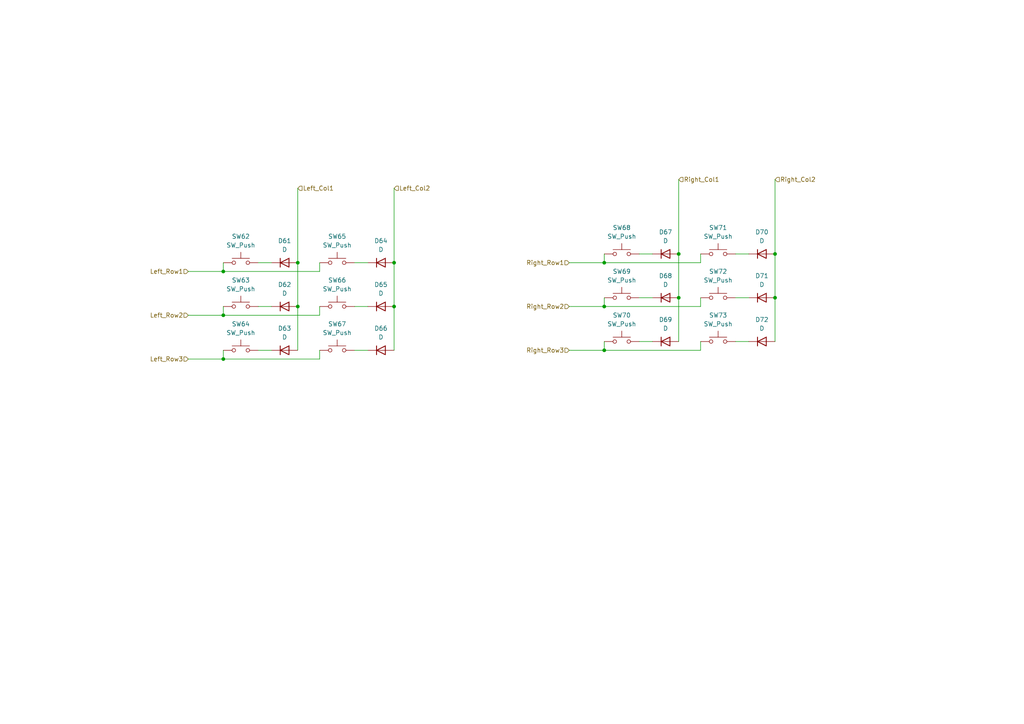
<source format=kicad_sch>
(kicad_sch (version 20231120) (generator "eeschema") (generator_version "8.0")
  (paper "A4")
  (lib_symbols
    (symbol "Device:D" (pin_numbers hide) (pin_names (offset 1.016) hide)
      (property "Reference" "D" (at 0 2.54 0))
      (property "Value" "D" (at 0 -2.54 0))
      (symbol "D_0_1"
        (polyline (pts (xy -1.27 1.27) (xy -1.27 -1.27)) (stroke (width 0.254)))
        (polyline (pts (xy 1.27 0) (xy -1.27 0)))
        (polyline (pts (xy 1.27 1.27) (xy 1.27 -1.27) (xy -1.27 0) (xy 1.27 1.27)) (stroke (width 0.254)))
      )
      (symbol "D_1_1"
        (pin passive line (at -3.81 0 0) (length 2.54) (name "K") (number "1"))
        (pin passive line (at 3.81 0 180) (length 2.54) (name "A") (number "2"))
      )
    )
    (symbol "Switch:SW_Push" (pin_numbers hide) (pin_names (offset 1.016) hide)
      (property "Reference" "SW" (at 1.27 2.54 0))
      (property "Value" "SW_Push" (at 0 -1.524 0))
      (symbol "SW_Push_0_1"
        (circle (center -2.032 0) (radius 0.508))
        (polyline (pts (xy 0 1.27) (xy 0 3.048)))
        (polyline (pts (xy 2.54 1.27) (xy -2.54 1.27)))
        (circle (center 2.032 0) (radius 0.508))
        (pin passive line (at -5.08 0 0) (length 2.54) (name "1") (number "1"))
        (pin passive line (at 5.08 0 180) (length 2.54) (name "2") (number "2"))
      )
    )
  )
  (junction (at 64.77 78.74))
  (junction (at 196.85 73.66))
  (junction (at 86.36 88.9))
  (junction (at 224.79 73.66))
  (junction (at 175.26 76.2))
  (junction (at 196.85 86.36))
  (junction (at 224.79 86.36))
  (junction (at 114.3 88.9))
  (junction (at 86.36 76.2))
  (junction (at 175.26 101.6))
  (junction (at 64.77 104.14))
  (junction (at 114.3 76.2))
  (junction (at 175.26 88.9))
  (junction (at 64.77 91.44))
  (wire (pts (xy 114.3 76.2) (xy 114.3 88.9)))
  (wire (pts (xy 175.26 73.66) (xy 175.26 76.2)))
  (wire (pts (xy 74.93 76.2) (xy 78.74 76.2)))
  (wire (pts (xy 175.26 101.6) (xy 203.2 101.6)))
  (wire (pts (xy 196.85 86.36) (xy 196.85 99.06)))
  (wire (pts (xy 54.61 104.14) (xy 64.77 104.14)))
  (wire (pts (xy 224.79 73.66) (xy 224.79 86.36)))
  (wire (pts (xy 102.87 76.2) (xy 106.68 76.2)))
  (wire (pts (xy 203.2 86.36) (xy 203.2 88.9)))
  (wire (pts (xy 185.42 86.36) (xy 189.23 86.36)))
  (wire (pts (xy 213.36 73.66) (xy 217.17 73.66)))
  (wire (pts (xy 185.42 73.66) (xy 189.23 73.66)))
  (wire (pts (xy 224.79 86.36) (xy 224.79 99.06)))
  (wire (pts (xy 114.3 54.61) (xy 114.3 76.2)))
  (wire (pts (xy 54.61 78.74) (xy 64.77 78.74)))
  (wire (pts (xy 213.36 99.06) (xy 217.17 99.06)))
  (wire (pts (xy 196.85 73.66) (xy 196.85 86.36)))
  (wire (pts (xy 102.87 101.6) (xy 106.68 101.6)))
  (wire (pts (xy 185.42 99.06) (xy 189.23 99.06)))
  (wire (pts (xy 86.36 54.61) (xy 86.36 76.2)))
  (wire (pts (xy 175.26 76.2) (xy 203.2 76.2)))
  (wire (pts (xy 64.77 91.44) (xy 92.71 91.44)))
  (wire (pts (xy 165.1 76.2) (xy 175.26 76.2)))
  (wire (pts (xy 64.77 101.6) (xy 64.77 104.14)))
  (wire (pts (xy 92.71 101.6) (xy 92.71 104.14)))
  (wire (pts (xy 64.77 88.9) (xy 64.77 91.44)))
  (wire (pts (xy 175.26 86.36) (xy 175.26 88.9)))
  (wire (pts (xy 175.26 99.06) (xy 175.26 101.6)))
  (wire (pts (xy 54.61 91.44) (xy 64.77 91.44)))
  (wire (pts (xy 86.36 76.2) (xy 86.36 88.9)))
  (wire (pts (xy 203.2 99.06) (xy 203.2 101.6)))
  (wire (pts (xy 64.77 76.2) (xy 64.77 78.74)))
  (wire (pts (xy 64.77 78.74) (xy 92.71 78.74)))
  (wire (pts (xy 196.85 52.07) (xy 196.85 73.66)))
  (wire (pts (xy 74.93 88.9) (xy 78.74 88.9)))
  (wire (pts (xy 165.1 88.9) (xy 175.26 88.9)))
  (wire (pts (xy 114.3 88.9) (xy 114.3 101.6)))
  (wire (pts (xy 64.77 104.14) (xy 92.71 104.14)))
  (wire (pts (xy 86.36 88.9) (xy 86.36 101.6)))
  (wire (pts (xy 224.79 52.07) (xy 224.79 73.66)))
  (wire (pts (xy 102.87 88.9) (xy 106.68 88.9)))
  (wire (pts (xy 213.36 86.36) (xy 217.17 86.36)))
  (wire (pts (xy 203.2 73.66) (xy 203.2 76.2)))
  (wire (pts (xy 92.71 76.2) (xy 92.71 78.74)))
  (wire (pts (xy 165.1 101.6) (xy 175.26 101.6)))
  (wire (pts (xy 92.71 88.9) (xy 92.71 91.44)))
  (wire (pts (xy 74.93 101.6) (xy 78.74 101.6)))
  (wire (pts (xy 175.26 88.9) (xy 203.2 88.9)))
  (hierarchical_label "Right_Col2" (shape input) (at 224.79 52.07 0))
  (hierarchical_label "Right_Row3" (shape input) (at 165.1 101.6 180))
  (hierarchical_label "Left_Row3" (shape input) (at 54.61 104.14 180))
  (hierarchical_label "Right_Row1" (shape input) (at 165.1 76.2 180))
  (hierarchical_label "Left_Row1" (shape input) (at 54.61 78.74 180))
  (hierarchical_label "Right_Col1" (shape input) (at 196.85 52.07 0))
  (hierarchical_label "Right_Row2" (shape input) (at 165.1 88.9 180))
  (hierarchical_label "Left_Row2" (shape input) (at 54.61 91.44 180))
  (hierarchical_label "Left_Col1" (shape input) (at 86.36 54.61 0))
  (hierarchical_label "Left_Col2" (shape input) (at 114.3 54.61 0))
  (symbol (lib_id "Switch:SW_Push") (at 208.28 99.06 0) (unit 1)
    (property "Reference" "SW73" (at 208.28 91.44 0))
    (property "Value" "SW_Push" (at 208.28 93.98 0))
    (property "Footprint" "NiasStuff:SW_Push_1TS009xxxx-xxxx-xxxx_6x6x5mm" (effects (hide yes)))
    (property "Datasheet" "https://www.lcsc.com/datasheet/lcsc_datasheet_1811151231_HYP--Hongyuan-Precision-1TS009A-1800-5000-CT_C319409.pdf" (effects (hide yes)))
    (property "JLCPCB Part" "C319409" (effects (hide yes)))
    (property "Manufracturer" "HYP (Hongyuan Precision)" (effects (hide yes)))
    (property "Manufracturer Part Number" "1TS009A-1800-5000-CT" (effects (hide yes)))
  )
  (symbol (lib_id "Device:D") (at 82.55 88.9 0) (unit 1)
    (property "Reference" "D62" (at 82.55 82.55 0))
    (property "Value" "D" (at 82.55 85.09 0))
    (property "Footprint" "Diode_SMD:D_0805_2012Metric" (effects (hide yes)))
    (property "Datasheet" "https://www.lcsc.com/datasheet/lcsc_datasheet_1809291616_LIZ-Elec-CD4148WSP_C109001.pdf" (effects (hide yes)))
    (property "Sim.Device" "D" (effects (hide yes)))
    (property "Sim.Pins" "1=K 2=A" (effects (hide yes)))
    (property "JLCPCB Part" "C109001" (effects (hide yes)))
    (property "Manufracturer" "LIZ Elec" (effects (hide yes)))
    (property "Manufracturer Part Number" "CD4148WSP" (effects (hide yes)))
  )
  (symbol (lib_id "Device:D") (at 220.98 73.66 0) (unit 1)
    (property "Reference" "D70" (at 220.98 67.31 0))
    (property "Value" "D" (at 220.98 69.85 0))
    (property "Footprint" "Diode_SMD:D_0805_2012Metric" (effects (hide yes)))
    (property "Datasheet" "https://www.lcsc.com/datasheet/lcsc_datasheet_1809291616_LIZ-Elec-CD4148WSP_C109001.pdf" (effects (hide yes)))
    (property "Sim.Device" "D" (effects (hide yes)))
    (property "Sim.Pins" "1=K 2=A" (effects (hide yes)))
    (property "JLCPCB Part" "C109001" (effects (hide yes)))
    (property "Manufracturer" "LIZ Elec" (effects (hide yes)))
    (property "Manufracturer Part Number" "CD4148WSP" (effects (hide yes)))
  )
  (symbol (lib_id "Switch:SW_Push") (at 69.85 88.9 0) (unit 1)
    (property "Reference" "SW63" (at 69.85 81.28 0))
    (property "Value" "SW_Push" (at 69.85 83.82 0))
    (property "Footprint" "NiasStuff:SW_Push_1TS009xxxx-xxxx-xxxx_6x6x5mm" (effects (hide yes)))
    (property "Datasheet" "https://www.lcsc.com/datasheet/lcsc_datasheet_1811151231_HYP--Hongyuan-Precision-1TS009A-1800-5000-CT_C319409.pdf" (effects (hide yes)))
    (property "JLCPCB Part" "C319409" (effects (hide yes)))
    (property "Manufracturer" "HYP (Hongyuan Precision)" (effects (hide yes)))
    (property "Manufracturer Part Number" "1TS009A-1800-5000-CT" (effects (hide yes)))
  )
  (symbol (lib_id "Switch:SW_Push") (at 208.28 86.36 0) (unit 1)
    (property "Reference" "SW72" (at 208.28 78.74 0))
    (property "Value" "SW_Push" (at 208.28 81.28 0))
    (property "Footprint" "NiasStuff:SW_Push_1TS009xxxx-xxxx-xxxx_6x6x5mm" (effects (hide yes)))
    (property "Datasheet" "https://www.lcsc.com/datasheet/lcsc_datasheet_1811151231_HYP--Hongyuan-Precision-1TS009A-1800-5000-CT_C319409.pdf" (effects (hide yes)))
    (property "JLCPCB Part" "C319409" (effects (hide yes)))
    (property "Manufracturer" "HYP (Hongyuan Precision)" (effects (hide yes)))
    (property "Manufracturer Part Number" "1TS009A-1800-5000-CT" (effects (hide yes)))
  )
  (symbol (lib_id "Device:D") (at 193.04 86.36 0) (unit 1)
    (property "Reference" "D68" (at 193.04 80.01 0))
    (property "Value" "D" (at 193.04 82.55 0))
    (property "Footprint" "Diode_SMD:D_0805_2012Metric" (effects (hide yes)))
    (property "Datasheet" "https://www.lcsc.com/datasheet/lcsc_datasheet_1809291616_LIZ-Elec-CD4148WSP_C109001.pdf" (effects (hide yes)))
    (property "Sim.Device" "D" (effects (hide yes)))
    (property "Sim.Pins" "1=K 2=A" (effects (hide yes)))
    (property "JLCPCB Part" "C109001" (effects (hide yes)))
    (property "Manufracturer" "LIZ Elec" (effects (hide yes)))
    (property "Manufracturer Part Number" "CD4148WSP" (effects (hide yes)))
  )
  (symbol (lib_id "Switch:SW_Push") (at 97.79 88.9 0) (unit 1)
    (property "Reference" "SW66" (at 97.79 81.28 0))
    (property "Value" "SW_Push" (at 97.79 83.82 0))
    (property "Footprint" "NiasStuff:SW_Push_1TS009xxxx-xxxx-xxxx_6x6x5mm" (effects (hide yes)))
    (property "Datasheet" "https://www.lcsc.com/datasheet/lcsc_datasheet_1811151231_HYP--Hongyuan-Precision-1TS009A-1800-5000-CT_C319409.pdf" (effects (hide yes)))
    (property "JLCPCB Part" "C319409" (effects (hide yes)))
    (property "Manufracturer" "HYP (Hongyuan Precision)" (effects (hide yes)))
    (property "Manufracturer Part Number" "1TS009A-1800-5000-CT" (effects (hide yes)))
  )
  (symbol (lib_id "Device:D") (at 220.98 99.06 0) (unit 1)
    (property "Reference" "D72" (at 220.98 92.71 0))
    (property "Value" "D" (at 220.98 95.25 0))
    (property "Footprint" "Diode_SMD:D_0805_2012Metric" (effects (hide yes)))
    (property "Datasheet" "https://www.lcsc.com/datasheet/lcsc_datasheet_1809291616_LIZ-Elec-CD4148WSP_C109001.pdf" (effects (hide yes)))
    (property "Sim.Device" "D" (effects (hide yes)))
    (property "Sim.Pins" "1=K 2=A" (effects (hide yes)))
    (property "JLCPCB Part" "C109001" (effects (hide yes)))
    (property "Manufracturer" "LIZ Elec" (effects (hide yes)))
    (property "Manufracturer Part Number" "CD4148WSP" (effects (hide yes)))
  )
  (symbol (lib_id "Switch:SW_Push") (at 97.79 76.2 0) (unit 1)
    (property "Reference" "SW65" (at 97.79 68.58 0))
    (property "Value" "SW_Push" (at 97.79 71.12 0))
    (property "Footprint" "NiasStuff:SW_Push_1TS009xxxx-xxxx-xxxx_6x6x5mm" (effects (hide yes)))
    (property "Datasheet" "https://www.lcsc.com/datasheet/lcsc_datasheet_1811151231_HYP--Hongyuan-Precision-1TS009A-1800-5000-CT_C319409.pdf" (effects (hide yes)))
    (property "JLCPCB Part" "C319409" (effects (hide yes)))
    (property "Manufracturer" "HYP (Hongyuan Precision)" (effects (hide yes)))
    (property "Manufracturer Part Number" "1TS009A-1800-5000-CT" (effects (hide yes)))
  )
  (symbol (lib_id "Device:D") (at 193.04 99.06 0) (unit 1)
    (property "Reference" "D69" (at 193.04 92.71 0))
    (property "Value" "D" (at 193.04 95.25 0))
    (property "Footprint" "Diode_SMD:D_0805_2012Metric" (effects (hide yes)))
    (property "Datasheet" "https://www.lcsc.com/datasheet/lcsc_datasheet_1809291616_LIZ-Elec-CD4148WSP_C109001.pdf" (effects (hide yes)))
    (property "Sim.Device" "D" (effects (hide yes)))
    (property "Sim.Pins" "1=K 2=A" (effects (hide yes)))
    (property "JLCPCB Part" "C109001" (effects (hide yes)))
    (property "Manufracturer" "LIZ Elec" (effects (hide yes)))
    (property "Manufracturer Part Number" "CD4148WSP" (effects (hide yes)))
  )
  (symbol (lib_id "Device:D") (at 110.49 101.6 0) (unit 1)
    (property "Reference" "D66" (at 110.49 95.25 0))
    (property "Value" "D" (at 110.49 97.79 0))
    (property "Footprint" "Diode_SMD:D_0805_2012Metric" (effects (hide yes)))
    (property "Datasheet" "https://www.lcsc.com/datasheet/lcsc_datasheet_1809291616_LIZ-Elec-CD4148WSP_C109001.pdf" (effects (hide yes)))
    (property "Sim.Device" "D" (effects (hide yes)))
    (property "Sim.Pins" "1=K 2=A" (effects (hide yes)))
    (property "JLCPCB Part" "C109001" (effects (hide yes)))
    (property "Manufracturer" "LIZ Elec" (effects (hide yes)))
    (property "Manufracturer Part Number" "CD4148WSP" (effects (hide yes)))
  )
  (symbol (lib_id "Switch:SW_Push") (at 180.34 86.36 0) (unit 1)
    (property "Reference" "SW69" (at 180.34 78.74 0))
    (property "Value" "SW_Push" (at 180.34 81.28 0))
    (property "Footprint" "NiasStuff:SW_Push_1TS009xxxx-xxxx-xxxx_6x6x5mm" (effects (hide yes)))
    (property "Datasheet" "https://www.lcsc.com/datasheet/lcsc_datasheet_1811151231_HYP--Hongyuan-Precision-1TS009A-1800-5000-CT_C319409.pdf" (effects (hide yes)))
    (property "JLCPCB Part" "C319409" (effects (hide yes)))
    (property "Manufracturer" "HYP (Hongyuan Precision)" (effects (hide yes)))
    (property "Manufracturer Part Number" "1TS009A-1800-5000-CT" (effects (hide yes)))
  )
  (symbol (lib_id "Device:D") (at 110.49 88.9 0) (unit 1)
    (property "Reference" "D65" (at 110.49 82.55 0))
    (property "Value" "D" (at 110.49 85.09 0))
    (property "Footprint" "Diode_SMD:D_0805_2012Metric" (effects (hide yes)))
    (property "Datasheet" "https://www.lcsc.com/datasheet/lcsc_datasheet_1809291616_LIZ-Elec-CD4148WSP_C109001.pdf" (effects (hide yes)))
    (property "Sim.Device" "D" (effects (hide yes)))
    (property "Sim.Pins" "1=K 2=A" (effects (hide yes)))
    (property "JLCPCB Part" "C109001" (effects (hide yes)))
    (property "Manufracturer" "LIZ Elec" (effects (hide yes)))
    (property "Manufracturer Part Number" "CD4148WSP" (effects (hide yes)))
  )
  (symbol (lib_id "Device:D") (at 110.49 76.2 0) (unit 1)
    (property "Reference" "D64" (at 110.49 69.85 0))
    (property "Value" "D" (at 110.49 72.39 0))
    (property "Footprint" "Diode_SMD:D_0805_2012Metric" (effects (hide yes)))
    (property "Datasheet" "https://www.lcsc.com/datasheet/lcsc_datasheet_1809291616_LIZ-Elec-CD4148WSP_C109001.pdf" (effects (hide yes)))
    (property "Sim.Device" "D" (effects (hide yes)))
    (property "Sim.Pins" "1=K 2=A" (effects (hide yes)))
    (property "JLCPCB Part" "C109001" (effects (hide yes)))
    (property "Manufracturer" "LIZ Elec" (effects (hide yes)))
    (property "Manufracturer Part Number" "CD4148WSP" (effects (hide yes)))
  )
  (symbol (lib_id "Switch:SW_Push") (at 208.28 73.66 0) (unit 1)
    (property "Reference" "SW71" (at 208.28 66.04 0))
    (property "Value" "SW_Push" (at 208.28 68.58 0))
    (property "Footprint" "NiasStuff:SW_Push_1TS009xxxx-xxxx-xxxx_6x6x5mm" (effects (hide yes)))
    (property "Datasheet" "https://www.lcsc.com/datasheet/lcsc_datasheet_1811151231_HYP--Hongyuan-Precision-1TS009A-1800-5000-CT_C319409.pdf" (effects (hide yes)))
    (property "JLCPCB Part" "C319409" (effects (hide yes)))
    (property "Manufracturer" "HYP (Hongyuan Precision)" (effects (hide yes)))
    (property "Manufracturer Part Number" "1TS009A-1800-5000-CT" (effects (hide yes)))
  )
  (symbol (lib_id "Device:D") (at 220.98 86.36 0) (unit 1)
    (property "Reference" "D71" (at 220.98 80.01 0))
    (property "Value" "D" (at 220.98 82.55 0))
    (property "Footprint" "Diode_SMD:D_0805_2012Metric" (effects (hide yes)))
    (property "Datasheet" "https://www.lcsc.com/datasheet/lcsc_datasheet_1809291616_LIZ-Elec-CD4148WSP_C109001.pdf" (effects (hide yes)))
    (property "Sim.Device" "D" (effects (hide yes)))
    (property "Sim.Pins" "1=K 2=A" (effects (hide yes)))
    (property "JLCPCB Part" "C109001" (effects (hide yes)))
    (property "Manufracturer" "LIZ Elec" (effects (hide yes)))
    (property "Manufracturer Part Number" "CD4148WSP" (effects (hide yes)))
  )
  (symbol (lib_id "Switch:SW_Push") (at 97.79 101.6 0) (unit 1)
    (property "Reference" "SW67" (at 97.79 93.98 0))
    (property "Value" "SW_Push" (at 97.79 96.52 0))
    (property "Footprint" "NiasStuff:SW_Push_1TS009xxxx-xxxx-xxxx_6x6x5mm" (effects (hide yes)))
    (property "Datasheet" "https://www.lcsc.com/datasheet/lcsc_datasheet_1811151231_HYP--Hongyuan-Precision-1TS009A-1800-5000-CT_C319409.pdf" (effects (hide yes)))
    (property "JLCPCB Part" "C319409" (effects (hide yes)))
    (property "Manufracturer" "HYP (Hongyuan Precision)" (effects (hide yes)))
    (property "Manufracturer Part Number" "1TS009A-1800-5000-CT" (effects (hide yes)))
  )
  (symbol (lib_id "Switch:SW_Push") (at 69.85 76.2 0) (unit 1)
    (property "Reference" "SW62" (at 69.85 68.58 0))
    (property "Value" "SW_Push" (at 69.85 71.12 0))
    (property "Footprint" "NiasStuff:SW_Push_1TS009xxxx-xxxx-xxxx_6x6x5mm" (effects (hide yes)))
    (property "Datasheet" "https://www.lcsc.com/datasheet/lcsc_datasheet_1811151231_HYP--Hongyuan-Precision-1TS009A-1800-5000-CT_C319409.pdf" (effects (hide yes)))
    (property "JLCPCB Part" "C319409" (effects (hide yes)))
    (property "Manufracturer" "HYP (Hongyuan Precision)" (effects (hide yes)))
    (property "Manufracturer Part Number" "1TS009A-1800-5000-CT" (effects (hide yes)))
  )
  (symbol (lib_id "Switch:SW_Push") (at 180.34 73.66 0) (unit 1)
    (property "Reference" "SW68" (at 180.34 66.04 0))
    (property "Value" "SW_Push" (at 180.34 68.58 0))
    (property "Footprint" "NiasStuff:SW_Push_1TS009xxxx-xxxx-xxxx_6x6x5mm" (effects (hide yes)))
    (property "Datasheet" "https://www.lcsc.com/datasheet/lcsc_datasheet_1811151231_HYP--Hongyuan-Precision-1TS009A-1800-5000-CT_C319409.pdf" (effects (hide yes)))
    (property "JLCPCB Part" "C319409" (effects (hide yes)))
    (property "Manufracturer" "HYP (Hongyuan Precision)" (effects (hide yes)))
    (property "Manufracturer Part Number" "1TS009A-1800-5000-CT" (effects (hide yes)))
  )
  (symbol (lib_id "Device:D") (at 82.55 101.6 0) (unit 1)
    (property "Reference" "D63" (at 82.55 95.25 0))
    (property "Value" "D" (at 82.55 97.79 0))
    (property "Footprint" "Diode_SMD:D_0805_2012Metric" (effects (hide yes)))
    (property "Datasheet" "https://www.lcsc.com/datasheet/lcsc_datasheet_1809291616_LIZ-Elec-CD4148WSP_C109001.pdf" (effects (hide yes)))
    (property "Sim.Device" "D" (effects (hide yes)))
    (property "Sim.Pins" "1=K 2=A" (effects (hide yes)))
    (property "JLCPCB Part" "C109001" (effects (hide yes)))
    (property "Manufracturer" "LIZ Elec" (effects (hide yes)))
    (property "Manufracturer Part Number" "CD4148WSP" (effects (hide yes)))
  )
  (symbol (lib_id "Device:D") (at 193.04 73.66 0) (unit 1)
    (property "Reference" "D67" (at 193.04 67.31 0))
    (property "Value" "D" (at 193.04 69.85 0))
    (property "Footprint" "Diode_SMD:D_0805_2012Metric" (effects (hide yes)))
    (property "Datasheet" "https://www.lcsc.com/datasheet/lcsc_datasheet_1809291616_LIZ-Elec-CD4148WSP_C109001.pdf" (effects (hide yes)))
    (property "Sim.Device" "D" (effects (hide yes)))
    (property "Sim.Pins" "1=K 2=A" (effects (hide yes)))
    (property "JLCPCB Part" "C109001" (effects (hide yes)))
    (property "Manufracturer" "LIZ Elec" (effects (hide yes)))
    (property "Manufracturer Part Number" "CD4148WSP" (effects (hide yes)))
  )
  (symbol (lib_id "Switch:SW_Push") (at 180.34 99.06 0) (unit 1)
    (property "Reference" "SW70" (at 180.34 91.44 0))
    (property "Value" "SW_Push" (at 180.34 93.98 0))
    (property "Footprint" "NiasStuff:SW_Push_1TS009xxxx-xxxx-xxxx_6x6x5mm" (effects (hide yes)))
    (property "Datasheet" "https://www.lcsc.com/datasheet/lcsc_datasheet_1811151231_HYP--Hongyuan-Precision-1TS009A-1800-5000-CT_C319409.pdf" (effects (hide yes)))
    (property "JLCPCB Part" "C319409" (effects (hide yes)))
    (property "Manufracturer" "HYP (Hongyuan Precision)" (effects (hide yes)))
    (property "Manufracturer Part Number" "1TS009A-1800-5000-CT" (effects (hide yes)))
  )
  (symbol (lib_id "Device:D") (at 82.55 76.2 0) (unit 1)
    (property "Reference" "D61" (at 82.55 69.85 0))
    (property "Value" "D" (at 82.55 72.39 0))
    (property "Footprint" "Diode_SMD:D_0805_2012Metric" (effects (hide yes)))
    (property "Datasheet" "https://www.lcsc.com/datasheet/lcsc_datasheet_1809291616_LIZ-Elec-CD4148WSP_C109001.pdf" (effects (hide yes)))
    (property "Sim.Device" "D" (effects (hide yes)))
    (property "Sim.Pins" "1=K 2=A" (effects (hide yes)))
    (property "JLCPCB Part" "C109001" (effects (hide yes)))
    (property "Manufracturer" "LIZ Elec" (effects (hide yes)))
    (property "Manufracturer Part Number" "CD4148WSP" (effects (hide yes)))
  )
  (symbol (lib_id "Switch:SW_Push") (at 69.85 101.6 0) (unit 1)
    (property "Reference" "SW64" (at 69.85 93.98 0))
    (property "Value" "SW_Push" (at 69.85 96.52 0))
    (property "Footprint" "NiasStuff:SW_Push_1TS009xxxx-xxxx-xxxx_6x6x5mm" (effects (hide yes)))
    (property "Datasheet" "https://www.lcsc.com/datasheet/lcsc_datasheet_1811151231_HYP--Hongyuan-Precision-1TS009A-1800-5000-CT_C319409.pdf" (effects (hide yes)))
    (property "JLCPCB Part" "C319409" (effects (hide yes)))
    (property "Manufracturer" "HYP (Hongyuan Precision)" (effects (hide yes)))
    (property "Manufracturer Part Number" "1TS009A-1800-5000-CT" (effects (hide yes)))
  )
)
</source>
